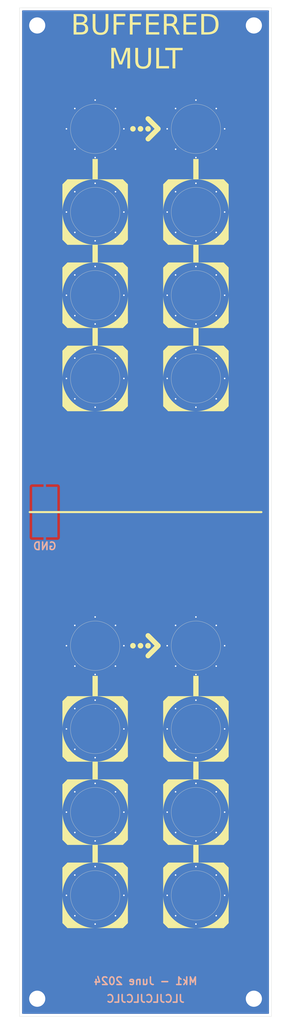
<source format=kicad_pcb>
(kicad_pcb (version 20240108) (generator "pcbnew") (generator_version "8.0")
  (title_block (title "Buffered Mult Panel") (date "2024-05-31") (rev "1") (company "DMH"))
  (layers (0 "F.Cu" signal) (31 "B.Cu" signal) (34 "B.Paste" user) (35 "F.Paste" user) (36 "B.SilkS" user "B.Silkscreen") (37 "F.SilkS" user "F.Silkscreen") (38 "B.Mask" user) (39 "F.Mask" user) (44 "Edge.Cuts" user))
  (net 0 "")
  (net 1 "GND")
  (footprint "SynthStuff:Jack_6.35mm_Cutout_Output_v6" (layer "F.Cu") (at 110 206)
    (property "Reference" "H20")
    (property "Value" "Output" (hide yes))
    (fp_poly (pts (xy -6.5 5.5) (arc (start -6.5 0) (mid -4.596194 4.596194) (end 0 6.5)) (xy -5.5 6.5)) (fill solid) (layer "F.SilkS"))
    (fp_poly (pts (xy -5.5 -6.5) (arc (start 0 -6.5) (mid -4.596194 -4.596194) (end -6.5 0)) (xy -6.5 -5.5)) (fill solid) (layer "F.SilkS"))
    (fp_poly (pts (xy 5.5 6.5) (arc (start 0 6.5) (mid 4.596194 4.596194) (end 6.5 0)) (xy 6.5 5.5)) (fill solid) (layer "F.SilkS"))
    (fp_poly (pts (xy 6.5 -5.5) (arc (start 6.5 0) (mid 4.596194 -4.596194) (end 0 -6.5)) (xy 5.5 -6.5)) (fill solid) (layer "F.SilkS"))
    (fp_circle (center 0 0) (end 0 -4.9) (stroke (width 0.05)) (fill none) (layer "Edge.Cuts"))
    (pad "1" thru_hole circle (at -5.7 0) (size 0.5 0.5) (drill 0.3) (layers "*.Cu" "*.Mask") (net 1 "GND"))
    (pad "1" thru_hole circle (at -4.04 -4.03) (size 0.5 0.5) (drill 0.3) (layers "*.Cu" "*.Mask") (net 1 "GND"))
    (pad "1" thru_hole circle (at -4.03 4.04) (size 0.5 0.5) (drill 0.3) (layers "*.Cu" "*.Mask") (net 1 "GND"))
    (pad "1" thru_hole circle (at 0 -5.7) (size 0.5 0.5) (drill 0.3) (layers "*.Cu" "*.Mask") (net 1 "GND"))
    (pad "1" connect circle (at 0 0) (size 12 12) (layers "F.Cu" "F.Mask") (net 1 "GND"))
    (pad "1" connect circle (at 0 0) (size 12 12) (layers "B.Cu" "B.Mask") (net 1 "GND"))
    (pad "1" thru_hole circle (at 0 5.7) (size 0.5 0.5) (drill 0.3) (layers "*.Cu" "*.Mask") (net 1 "GND"))
    (pad "1" thru_hole circle (at 4.03 4.04) (size 0.5 0.5) (drill 0.3) (layers "*.Cu" "*.Mask") (net 1 "GND"))
    (pad "1" thru_hole circle (at 4.04 -4.03) (size 0.5 0.5) (drill 0.3) (layers "*.Cu" "*.Mask") (net 1 "GND"))
    (pad "1" thru_hole circle (at 5.7 0) (size 0.5 0.5) (drill 0.3) (layers "*.Cu" "*.Mask") (net 1 "GND"))
  )
  (footprint "SynthStuff:Jack_6.35mm_Cutout_Output_v6" (layer "F.Cu") (at 90 206)
    (property "Reference" "H19")
    (property "Value" "Output" (hide yes))
    (fp_poly (pts (xy -6.5 5.5) (arc (start -6.5 0) (mid -4.596194 4.596194) (end 0 6.5)) (xy -5.5 6.5)) (fill solid) (layer "F.SilkS"))
    (fp_poly (pts (xy -5.5 -6.5) (arc (start 0 -6.5) (mid -4.596194 -4.596194) (end -6.5 0)) (xy -6.5 -5.5)) (fill solid) (layer "F.SilkS"))
    (fp_poly (pts (xy 5.5 6.5) (arc (start 0 6.5) (mid 4.596194 4.596194) (end 6.5 0)) (xy 6.5 5.5)) (fill solid) (layer "F.SilkS"))
    (fp_poly (pts (xy 6.5 -5.5) (arc (start 6.5 0) (mid 4.596194 -4.596194) (end 0 -6.5)) (xy 5.5 -6.5)) (fill solid) (layer "F.SilkS"))
    (fp_circle (center 0 0) (end 0 -4.9) (stroke (width 0.05)) (fill none) (layer "Edge.Cuts"))
    (pad "1" thru_hole circle (at -5.7 0) (size 0.5 0.5) (drill 0.3) (layers "*.Cu" "*.Mask") (net 1 "GND"))
    (pad "1" thru_hole circle (at -4.04 -4.03) (size 0.5 0.5) (drill 0.3) (layers "*.Cu" "*.Mask") (net 1 "GND"))
    (pad "1" thru_hole circle (at -4.03 4.04) (size 0.5 0.5) (drill 0.3) (layers "*.Cu" "*.Mask") (net 1 "GND"))
    (pad "1" thru_hole circle (at 0 -5.7) (size 0.5 0.5) (drill 0.3) (layers "*.Cu" "*.Mask") (net 1 "GND"))
    (pad "1" connect circle (at 0 0) (size 12 12) (layers "F.Cu" "F.Mask") (net 1 "GND"))
    (pad "1" connect circle (at 0 0) (size 12 12) (layers "B.Cu" "B.Mask") (net 1 "GND"))
    (pad "1" thru_hole circle (at 0 5.7) (size 0.5 0.5) (drill 0.3) (layers "*.Cu" "*.Mask") (net 1 "GND"))
    (pad "1" thru_hole circle (at 4.03 4.04) (size 0.5 0.5) (drill 0.3) (layers "*.Cu" "*.Mask") (net 1 "GND"))
    (pad "1" thru_hole circle (at 4.04 -4.03) (size 0.5 0.5) (drill 0.3) (layers "*.Cu" "*.Mask") (net 1 "GND"))
    (pad "1" thru_hole circle (at 5.7 0) (size 0.5 0.5) (drill 0.3) (layers "*.Cu" "*.Mask") (net 1 "GND"))
  )
  (footprint "SynthStuff:MountingHole_Rails" (layer "F.Cu") (at 121.5 33.5)
    (property "Reference" "H2")
    (property "Value" "MountingHole_Rails")
    (pad "1" thru_hole circle (at 0 0) (size 4 4) (drill 3.2) (layers "*.Cu" "*.Mask") (net 1 "GND"))
  )
  (footprint "SynthStuff:Jack_6.35mm_Cutout_v3" (layer "F.Cu") (at 90 54)
    (property "Reference" "H5")
    (property "Value" "Input" (hide yes))
    (fp_circle (center 0 0) (end 0 -4.9) (stroke (width 0.05)) (fill none) (layer "Edge.Cuts"))
    (pad "1" thru_hole circle (at -5.7 0) (size 0.5 0.5) (drill 0.3) (layers "*.Cu" "*.Mask") (net 1 "GND"))
    (pad "1" thru_hole circle (at -4.04 -4.03) (size 0.5 0.5) (drill 0.3) (layers "*.Cu" "*.Mask") (net 1 "GND"))
    (pad "1" thru_hole circle (at -4.03 4.04) (size 0.5 0.5) (drill 0.3) (layers "*.Cu" "*.Mask") (net 1 "GND"))
    (pad "1" thru_hole circle (at 0 -5.7) (size 0.5 0.5) (drill 0.3) (layers "*.Cu" "*.Mask") (net 1 "GND"))
    (pad "1" connect circle (at 0 0) (size 12 12) (layers "F.Cu" "F.Mask") (net 1 "GND"))
    (pad "1" connect circle (at 0 0) (size 12 12) (layers "B.Cu" "B.Mask") (net 1 "GND"))
    (pad "1" thru_hole circle (at 0 5.7) (size 0.5 0.5) (drill 0.3) (layers "*.Cu" "*.Mask") (net 1 "GND"))
    (pad "1" thru_hole circle (at 4.03 4.04) (size 0.5 0.5) (drill 0.3) (layers "*.Cu" "*.Mask") (net 1 "GND"))
    (pad "1" thru_hole circle (at 4.04 -4.03) (size 0.5 0.5) (drill 0.3) (layers "*.Cu" "*.Mask") (net 1 "GND"))
    (pad "1" thru_hole circle (at 5.7 0) (size 0.5 0.5) (drill 0.3) (layers "*.Cu" "*.Mask") (net 1 "GND"))
  )
  (footprint "SynthStuff:Jack_6.35mm_Cutout_v3" (layer "F.Cu") (at 110 54)
    (property "Reference" "H6")
    (property "Value" "Input" (hide yes))
    (fp_circle (center 0 0) (end 0 -4.9) (stroke (width 0.05)) (fill none) (layer "Edge.Cuts"))
    (pad "1" thru_hole circle (at -5.7 0) (size 0.5 0.5) (drill 0.3) (layers "*.Cu" "*.Mask") (net 1 "GND"))
    (pad "1" thru_hole circle (at -4.04 -4.03) (size 0.5 0.5) (drill 0.3) (layers "*.Cu" "*.Mask") (net 1 "GND"))
    (pad "1" thru_hole circle (at -4.03 4.04) (size 0.5 0.5) (drill 0.3) (layers "*.Cu" "*.Mask") (net 1 "GND"))
    (pad "1" thru_hole circle (at 0 -5.7) (size 0.5 0.5) (drill 0.3) (layers "*.Cu" "*.Mask") (net 1 "GND"))
    (pad "1" connect circle (at 0 0) (size 12 12) (layers "F.Cu" "F.Mask") (net 1 "GND"))
    (pad "1" connect circle (at 0 0) (size 12 12) (layers "B.Cu" "B.Mask") (net 1 "GND"))
    (pad "1" thru_hole circle (at 0 5.7) (size 0.5 0.5) (drill 0.3) (layers "*.Cu" "*.Mask") (net 1 "GND"))
    (pad "1" thru_hole circle (at 4.03 4.04) (size 0.5 0.5) (drill 0.3) (layers "*.Cu" "*.Mask") (net 1 "GND"))
    (pad "1" thru_hole circle (at 4.04 -4.03) (size 0.5 0.5) (drill 0.3) (layers "*.Cu" "*.Mask") (net 1 "GND"))
    (pad "1" thru_hole circle (at 5.7 0) (size 0.5 0.5) (drill 0.3) (layers "*.Cu" "*.Mask") (net 1 "GND"))
  )
  (footprint "SynthStuff:MountingHole_Rails" (layer "F.Cu") (at 78.5 226.5)
    (property "Reference" "H3")
    (property "Value" "MountingHole_Rails")
    (pad "1" thru_hole circle (at 0 0) (size 4 4) (drill 3.2) (layers "*.Cu" "*.Mask") (net 1 "GND"))
  )
  (footprint "SynthStuff:Jack_6.35mm_Cutout_Output_v6" (layer "F.Cu") (at 90 70.5)
    (property "Reference" "H7")
    (property "Value" "Output" (hide yes))
    (fp_poly (pts (xy -6.5 5.5) (arc (start -6.5 0) (mid -4.596194 4.596194) (end 0 6.5)) (xy -5.5 6.5)) (fill solid) (layer "F.SilkS"))
    (fp_poly (pts (xy -5.5 -6.5) (arc (start 0 -6.5) (mid -4.596194 -4.596194) (end -6.5 0)) (xy -6.5 -5.5)) (fill solid) (layer "F.SilkS"))
    (fp_poly (pts (xy 5.5 6.5) (arc (start 0 6.5) (mid 4.596194 4.596194) (end 6.5 0)) (xy 6.5 5.5)) (fill solid) (layer "F.SilkS"))
    (fp_poly (pts (xy 6.5 -5.5) (arc (start 6.5 0) (mid 4.596194 -4.596194) (end 0 -6.5)) (xy 5.5 -6.5)) (fill solid) (layer "F.SilkS"))
    (fp_circle (center 0 0) (end 0 -4.9) (stroke (width 0.05)) (fill none) (layer "Edge.Cuts"))
    (pad "1" thru_hole circle (at -5.7 0) (size 0.5 0.5) (drill 0.3) (layers "*.Cu" "*.Mask") (net 1 "GND"))
    (pad "1" thru_hole circle (at -4.04 -4.03) (size 0.5 0.5) (drill 0.3) (layers "*.Cu" "*.Mask") (net 1 "GND"))
    (pad "1" thru_hole circle (at -4.03 4.04) (size 0.5 0.5) (drill 0.3) (layers "*.Cu" "*.Mask") (net 1 "GND"))
    (pad "1" thru_hole circle (at 0 -5.7) (size 0.5 0.5) (drill 0.3) (layers "*.Cu" "*.Mask") (net 1 "GND"))
    (pad "1" connect circle (at 0 0) (size 12 12) (layers "F.Cu" "F.Mask") (net 1 "GND"))
    (pad "1" connect circle (at 0 0) (size 12 12) (layers "B.Cu" "B.Mask") (net 1 "GND"))
    (pad "1" thru_hole circle (at 0 5.7) (size 0.5 0.5) (drill 0.3) (layers "*.Cu" "*.Mask") (net 1 "GND"))
    (pad "1" thru_hole circle (at 4.03 4.04) (size 0.5 0.5) (drill 0.3) (layers "*.Cu" "*.Mask") (net 1 "GND"))
    (pad "1" thru_hole circle (at 4.04 -4.03) (size 0.5 0.5) (drill 0.3) (layers "*.Cu" "*.Mask") (net 1 "GND"))
    (pad "1" thru_hole circle (at 5.7 0) (size 0.5 0.5) (drill 0.3) (layers "*.Cu" "*.Mask") (net 1 "GND"))
  )
  (footprint "SynthStuff:Jack_6.35mm_Cutout_v3" (layer "F.Cu") (at 110 156.5)
    (property "Reference" "H14")
    (property "Value" "Input" (hide yes))
    (fp_circle (center 0 0) (end 0 -4.9) (stroke (width 0.05)) (fill none) (layer "Edge.Cuts"))
    (pad "1" thru_hole circle (at -5.7 0) (size 0.5 0.5) (drill 0.3) (layers "*.Cu" "*.Mask") (net 1 "GND"))
    (pad "1" thru_hole circle (at -4.04 -4.03) (size 0.5 0.5) (drill 0.3) (layers "*.Cu" "*.Mask") (net 1 "GND"))
    (pad "1" thru_hole circle (at -4.03 4.04) (size 0.5 0.5) (drill 0.3) (layers "*.Cu" "*.Mask") (net 1 "GND"))
    (pad "1" thru_hole circle (at 0 -5.7) (size 0.5 0.5) (drill 0.3) (layers "*.Cu" "*.Mask") (net 1 "GND"))
    (pad "1" connect circle (at 0 0) (size 12 12) (layers "F.Cu" "F.Mask") (net 1 "GND"))
    (pad "1" connect circle (at 0 0) (size 12 12) (layers "B.Cu" "B.Mask") (net 1 "GND"))
    (pad "1" thru_hole circle (at 0 5.7) (size 0.5 0.5) (drill 0.3) (layers "*.Cu" "*.Mask") (net 1 "GND"))
    (pad "1" thru_hole circle (at 4.03 4.04) (size 0.5 0.5) (drill 0.3) (layers "*.Cu" "*.Mask") (net 1 "GND"))
    (pad "1" thru_hole circle (at 4.04 -4.03) (size 0.5 0.5) (drill 0.3) (layers "*.Cu" "*.Mask") (net 1 "GND"))
    (pad "1" thru_hole circle (at 5.7 0) (size 0.5 0.5) (drill 0.3) (layers "*.Cu" "*.Mask") (net 1 "GND"))
  )
  (footprint "SynthStuff:Jack_6.35mm_Cutout_Output_v6" (layer "F.Cu") (at 90 173)
    (property "Reference" "H15")
    (property "Value" "Output" (hide yes))
    (fp_poly (pts (xy -6.5 5.5) (arc (start -6.5 0) (mid -4.596194 4.596194) (end 0 6.5)) (xy -5.5 6.5)) (fill solid) (layer "F.SilkS"))
    (fp_poly (pts (xy -5.5 -6.5) (arc (start 0 -6.5) (mid -4.596194 -4.596194) (end -6.5 0)) (xy -6.5 -5.5)) (fill solid) (layer "F.SilkS"))
    (fp_poly (pts (xy 5.5 6.5) (arc (start 0 6.5) (mid 4.596194 4.596194) (end 6.5 0)) (xy 6.5 5.5)) (fill solid) (layer "F.SilkS"))
    (fp_poly (pts (xy 6.5 -5.5) (arc (start 6.5 0) (mid 4.596194 -4.596194) (end 0 -6.5)) (xy 5.5 -6.5)) (fill solid) (layer "F.SilkS"))
    (fp_circle (center 0 0) (end 0 -4.9) (stroke (width 0.05)) (fill none) (layer "Edge.Cuts"))
    (pad "1" thru_hole circle (at -5.7 0) (size 0.5 0.5) (drill 0.3) (layers "*.Cu" "*.Mask") (net 1 "GND"))
    (pad "1" thru_hole circle (at -4.04 -4.03) (size 0.5 0.5) (drill 0.3) (layers "*.Cu" "*.Mask") (net 1 "GND"))
    (pad "1" thru_hole circle (at -4.03 4.04) (size 0.5 0.5) (drill 0.3) (layers "*.Cu" "*.Mask") (net 1 "GND"))
    (pad "1" thru_hole circle (at 0 -5.7) (size 0.5 0.5) (drill 0.3) (layers "*.Cu" "*.Mask") (net 1 "GND"))
    (pad "1" connect circle (at 0 0) (size 12 12) (layers "F.Cu" "F.Mask") (net 1 "GND"))
    (pad "1" connect circle (at 0 0) (size 12 12) (layers "B.Cu" "B.Mask") (net 1 "GND"))
    (pad "1" thru_hole circle (at 0 5.7) (size 0.5 0.5) (drill 0.3) (layers "*.Cu" "*.Mask") (net 1 "GND"))
    (pad "1" thru_hole circle (at 4.03 4.04) (size 0.5 0.5) (drill 0.3) (layers "*.Cu" "*.Mask") (net 1 "GND"))
    (pad "1" thru_hole circle (at 4.04 -4.03) (size 0.5 0.5) (drill 0.3) (layers "*.Cu" "*.Mask") (net 1 "GND"))
    (pad "1" thru_hole circle (at 5.7 0) (size 0.5 0.5) (drill 0.3) (layers "*.Cu" "*.Mask") (net 1 "GND"))
  )
  (footprint "SynthStuff:Jack_6.35mm_Cutout_Output_v6" (layer "F.Cu") (at 110 189.5)
    (property "Reference" "H18")
    (property "Value" "Output" (hide yes))
    (fp_poly (pts (xy -6.5 5.5) (arc (start -6.5 0) (mid -4.596194 4.596194) (end 0 6.5)) (xy -5.5 6.5)) (fill solid) (layer "F.SilkS"))
    (fp_poly (pts (xy -5.5 -6.5) (arc (start 0 -6.5) (mid -4.596194 -4.596194) (end -6.5 0)) (xy -6.5 -5.5)) (fill solid) (layer "F.SilkS"))
    (fp_poly (pts (xy 5.5 6.5) (arc (start 0 6.5) (mid 4.596194 4.596194) (end 6.5 0)) (xy 6.5 5.5)) (fill solid) (layer "F.SilkS"))
    (fp_poly (pts (xy 6.5 -5.5) (arc (start 6.5 0) (mid 4.596194 -4.596194) (end 0 -6.5)) (xy 5.5 -6.5)) (fill solid) (layer "F.SilkS"))
    (fp_circle (center 0 0) (end 0 -4.9) (stroke (width 0.05)) (fill none) (layer "Edge.Cuts"))
    (pad "1" thru_hole circle (at -5.7 0) (size 0.5 0.5) (drill 0.3) (layers "*.Cu" "*.Mask") (net 1 "GND"))
    (pad "1" thru_hole circle (at -4.04 -4.03) (size 0.5 0.5) (drill 0.3) (layers "*.Cu" "*.Mask") (net 1 "GND"))
    (pad "1" thru_hole circle (at -4.03 4.04) (size 0.5 0.5) (drill 0.3) (layers "*.Cu" "*.Mask") (net 1 "GND"))
    (pad "1" thru_hole circle (at 0 -5.7) (size 0.5 0.5) (drill 0.3) (layers "*.Cu" "*.Mask") (net 1 "GND"))
    (pad "1" connect circle (at 0 0) (size 12 12) (layers "F.Cu" "F.Mask") (net 1 "GND"))
    (pad "1" connect circle (at 0 0) (size 12 12) (layers "B.Cu" "B.Mask") (net 1 "GND"))
    (pad "1" thru_hole circle (at 0 5.7) (size 0.5 0.5) (drill 0.3) (layers "*.Cu" "*.Mask") (net 1 "GND"))
    (pad "1" thru_hole circle (at 4.03 4.04) (size 0.5 0.5) (drill 0.3) (layers "*.Cu" "*.Mask") (net 1 "GND"))
    (pad "1" thru_hole circle (at 4.04 -4.03) (size 0.5 0.5) (drill 0.3) (layers "*.Cu" "*.Mask") (net 1 "GND"))
    (pad "1" thru_hole circle (at 5.7 0) (size 0.5 0.5) (drill 0.3) (layers "*.Cu" "*.Mask") (net 1 "GND"))
  )
  (footprint "SynthStuff:Jack_6.35mm_Cutout_Output_v6" (layer "F.Cu") (at 90 103.5)
    (property "Reference" "H11")
    (property "Value" "Output" (hide yes))
    (fp_poly (pts (xy -6.5 5.5) (arc (start -6.5 0) (mid -4.596194 4.596194) (end 0 6.5)) (xy -5.5 6.5)) (fill solid) (layer "F.SilkS"))
    (fp_poly (pts (xy -5.5 -6.5) (arc (start 0 -6.5) (mid -4.596194 -4.596194) (end -6.5 0)) (xy -6.5 -5.5)) (fill solid) (layer "F.SilkS"))
    (fp_poly (pts (xy 5.5 6.5) (arc (start 0 6.5) (mid 4.596194 4.596194) (end 6.5 0)) (xy 6.5 5.5)) (fill solid) (layer "F.SilkS"))
    (fp_poly (pts (xy 6.5 -5.5) (arc (start 6.5 0) (mid 4.596194 -4.596194) (end 0 -6.5)) (xy 5.5 -6.5)) (fill solid) (layer "F.SilkS"))
    (fp_circle (center 0 0) (end 0 -4.9) (stroke (width 0.05)) (fill none) (layer "Edge.Cuts"))
    (pad "1" thru_hole circle (at -5.7 0) (size 0.5 0.5) (drill 0.3) (layers "*.Cu" "*.Mask") (net 1 "GND"))
    (pad "1" thru_hole circle (at -4.04 -4.03) (size 0.5 0.5) (drill 0.3) (layers "*.Cu" "*.Mask") (net 1 "GND"))
    (pad "1" thru_hole circle (at -4.03 4.04) (size 0.5 0.5) (drill 0.3) (layers "*.Cu" "*.Mask") (net 1 "GND"))
    (pad "1" thru_hole circle (at 0 -5.7) (size 0.5 0.5) (drill 0.3) (layers "*.Cu" "*.Mask") (net 1 "GND"))
    (pad "1" connect circle (at 0 0) (size 12 12) (layers "F.Cu" "F.Mask") (net 1 "GND"))
    (pad "1" connect circle (at 0 0) (size 12 12) (layers "B.Cu" "B.Mask") (net 1 "GND"))
    (pad "1" thru_hole circle (at 0 5.7) (size 0.5 0.5) (drill 0.3) (layers "*.Cu" "*.Mask") (net 1 "GND"))
    (pad "1" thru_hole circle (at 4.03 4.04) (size 0.5 0.5) (drill 0.3) (layers "*.Cu" "*.Mask") (net 1 "GND"))
    (pad "1" thru_hole circle (at 4.04 -4.03) (size 0.5 0.5) (drill 0.3) (layers "*.Cu" "*.Mask") (net 1 "GND"))
    (pad "1" thru_hole circle (at 5.7 0) (size 0.5 0.5) (drill 0.3) (layers "*.Cu" "*.Mask") (net 1 "GND"))
  )
  (footprint "SynthStuff:Jack_6.35mm_Cutout_Output_v6" (layer "F.Cu") (at 90 189.5)
    (property "Reference" "H17")
    (property "Value" "Output" (hide yes))
    (fp_poly (pts (xy -6.5 5.5) (arc (start -6.5 0) (mid -4.596194 4.596194) (end 0 6.5)) (xy -5.5 6.5)) (fill solid) (layer "F.SilkS"))
    (fp_poly (pts (xy -5.5 -6.5) (arc (start 0 -6.5) (mid -4.596194 -4.596194) (end -6.5 0)) (xy -6.5 -5.5)) (fill solid) (layer "F.SilkS"))
    (fp_poly (pts (xy 5.5 6.5) (arc (start 0 6.5) (mid 4.596194 4.596194) (end 6.5 0)) (xy 6.5 5.5)) (fill solid) (layer "F.SilkS"))
    (fp_poly (pts (xy 6.5 -5.5) (arc (start 6.5 0) (mid 4.596194 -4.596194) (end 0 -6.5)) (xy 5.5 -6.5)) (fill solid) (layer "F.SilkS"))
    (fp_circle (center 0 0) (end 0 -4.9) (stroke (width 0.05)) (fill none) (layer "Edge.Cuts"))
    (pad "1" thru_hole circle (at -5.7 0) (size 0.5 0.5) (drill 0.3) (layers "*.Cu" "*.Mask") (net 1 "GND"))
    (pad "1" thru_hole circle (at -4.04 -4.03) (size 0.5 0.5) (drill 0.3) (layers "*.Cu" "*.Mask") (net 1 "GND"))
    (pad "1" thru_hole circle (at -4.03 4.04) (size 0.5 0.5) (drill 0.3) (layers "*.Cu" "*.Mask") (net 1 "GND"))
    (pad "1" thru_hole circle (at 0 -5.7) (size 0.5 0.5) (drill 0.3) (layers "*.Cu" "*.Mask") (net 1 "GND"))
    (pad "1" connect circle (at 0 0) (size 12 12) (layers "F.Cu" "F.Mask") (net 1 "GND"))
    (pad "1" connect circle (at 0 0) (size 12 12) (layers "B.Cu" "B.Mask") (net 1 "GND"))
    (pad "1" thru_hole circle (at 0 5.7) (size 0.5 0.5) (drill 0.3) (layers "*.Cu" "*.Mask") (net 1 "GND"))
    (pad "1" thru_hole circle (at 4.03 4.04) (size 0.5 0.5) (drill 0.3) (layers "*.Cu" "*.Mask") (net 1 "GND"))
    (pad "1" thru_hole circle (at 4.04 -4.03) (size 0.5 0.5) (drill 0.3) (layers "*.Cu" "*.Mask") (net 1 "GND"))
    (pad "1" thru_hole circle (at 5.7 0) (size 0.5 0.5) (drill 0.3) (layers "*.Cu" "*.Mask") (net 1 "GND"))
  )
  (footprint "SynthStuff:Jack_6.35mm_Cutout_Output_v6" (layer "F.Cu") (at 110 103.5)
    (property "Reference" "H12")
    (property "Value" "Output" (hide yes))
    (fp_poly (pts (xy -6.5 5.5) (arc (start -6.5 0) (mid -4.596194 4.596194) (end 0 6.5)) (xy -5.5 6.5)) (fill solid) (layer "F.SilkS"))
    (fp_poly (pts (xy -5.5 -6.5) (arc (start 0 -6.5) (mid -4.596194 -4.596194) (end -6.5 0)) (xy -6.5 -5.5)) (fill solid) (layer "F.SilkS"))
    (fp_poly (pts (xy 5.5 6.5) (arc (start 0 6.5) (mid 4.596194 4.596194) (end 6.5 0)) (xy 6.5 5.5)) (fill solid) (layer "F.SilkS"))
    (fp_poly (pts (xy 6.5 -5.5) (arc (start 6.5 0) (mid 4.596194 -4.596194) (end 0 -6.5)) (xy 5.5 -6.5)) (fill solid) (layer "F.SilkS"))
    (fp_circle (center 0 0) (end 0 -4.9) (stroke (width 0.05)) (fill none) (layer "Edge.Cuts"))
    (pad "1" thru_hole circle (at -5.7 0) (size 0.5 0.5) (drill 0.3) (layers "*.Cu" "*.Mask") (net 1 "GND"))
    (pad "1" thru_hole circle (at -4.04 -4.03) (size 0.5 0.5) (drill 0.3) (layers "*.Cu" "*.Mask") (net 1 "GND"))
    (pad "1" thru_hole circle (at -4.03 4.04) (size 0.5 0.5) (drill 0.3) (layers "*.Cu" "*.Mask") (net 1 "GND"))
    (pad "1" thru_hole circle (at 0 -5.7) (size 0.5 0.5) (drill 0.3) (layers "*.Cu" "*.Mask") (net 1 "GND"))
    (pad "1" connect circle (at 0 0) (size 12 12) (layers "F.Cu" "F.Mask") (net 1 "GND"))
    (pad "1" connect circle (at 0 0) (size 12 12) (layers "B.Cu" "B.Mask") (net 1 "GND"))
    (pad "1" thru_hole circle (at 0 5.7) (size 0.5 0.5) (drill 0.3) (layers "*.Cu" "*.Mask") (net 1 "GND"))
    (pad "1" thru_hole circle (at 4.03 4.04) (size 0.5 0.5) (drill 0.3) (layers "*.Cu" "*.Mask") (net 1 "GND"))
    (pad "1" thru_hole circle (at 4.04 -4.03) (size 0.5 0.5) (drill 0.3) (layers "*.Cu" "*.Mask") (net 1 "GND"))
    (pad "1" thru_hole circle (at 5.7 0) (size 0.5 0.5) (drill 0.3) (layers "*.Cu" "*.Mask") (net 1 "GND"))
  )
  (footprint "SynthStuff:Jack_6.35mm_Cutout_Output_v6" (layer "F.Cu") (at 110 173)
    (property "Reference" "H16")
    (property "Value" "Output" (hide yes))
    (fp_poly (pts (xy -6.5 5.5) (arc (start -6.5 0) (mid -4.596194 4.596194) (end 0 6.5)) (xy -5.5 6.5)) (fill solid) (layer "F.SilkS"))
    (fp_poly (pts (xy -5.5 -6.5) (arc (start 0 -6.5) (mid -4.596194 -4.596194) (end -6.5 0)) (xy -6.5 -5.5)) (fill solid) (layer "F.SilkS"))
    (fp_poly (pts (xy 5.5 6.5) (arc (start 0 6.5) (mid 4.596194 4.596194) (end 6.5 0)) (xy 6.5 5.5)) (fill solid) (layer "F.SilkS"))
    (fp_poly (pts (xy 6.5 -5.5) (arc (start 6.5 0) (mid 4.596194 -4.596194) (end 0 -6.5)) (xy 5.5 -6.5)) (fill solid) (layer "F.SilkS"))
    (fp_circle (center 0 0) (end 0 -4.9) (stroke (width 0.05)) (fill none) (layer "Edge.Cuts"))
    (pad "1" thru_hole circle (at -5.7 0) (size 0.5 0.5) (drill 0.3) (layers "*.Cu" "*.Mask") (net 1 "GND"))
    (pad "1" thru_hole circle (at -4.04 -4.03) (size 0.5 0.5) (drill 0.3) (layers "*.Cu" "*.Mask") (net 1 "GND"))
    (pad "1" thru_hole circle (at -4.03 4.04) (size 0.5 0.5) (drill 0.3) (layers "*.Cu" "*.Mask") (net 1 "GND"))
    (pad "1" thru_hole circle (at 0 -5.7) (size 0.5 0.5) (drill 0.3) (layers "*.Cu" "*.Mask") (net 1 "GND"))
    (pad "1" connect circle (at 0 0) (size 12 12) (layers "F.Cu" "F.Mask") (net 1 "GND"))
    (pad "1" connect circle (at 0 0) (size 12 12) (layers "B.Cu" "B.Mask") (net 1 "GND"))
    (pad "1" thru_hole circle (at 0 5.7) (size 0.5 0.5) (drill 0.3) (layers "*.Cu" "*.Mask") (net 1 "GND"))
    (pad "1" thru_hole circle (at 4.03 4.04) (size 0.5 0.5) (drill 0.3) (layers "*.Cu" "*.Mask") (net 1 "GND"))
    (pad "1" thru_hole circle (at 4.04 -4.03) (size 0.5 0.5) (drill 0.3) (layers "*.Cu" "*.Mask") (net 1 "GND"))
    (pad "1" thru_hole circle (at 5.7 0) (size 0.5 0.5) (drill 0.3) (layers "*.Cu" "*.Mask") (net 1 "GND"))
  )
  (footprint "SynthStuff:MountingHole_Rails" (layer "F.Cu") (at 121.5 226.5)
    (property "Reference" "H4")
    (property "Value" "MountingHole_Rails")
    (pad "1" thru_hole circle (at 0 0) (size 4 4) (drill 3.2) (layers "*.Cu" "*.Mask") (net 1 "GND"))
  )
  (footprint "SynthStuff:Jack_6.35mm_Cutout_v3" (layer "F.Cu") (at 90 156.5)
    (property "Reference" "H13")
    (property "Value" "Input" (hide yes))
    (fp_circle (center 0 0) (end 0 -4.9) (stroke (width 0.05)) (fill none) (layer "Edge.Cuts"))
    (pad "1" thru_hole circle (at -5.7 0) (size 0.5 0.5) (drill 0.3) (layers "*.Cu" "*.Mask") (net 1 "GND"))
    (pad "1" thru_hole circle (at -4.04 -4.03) (size 0.5 0.5) (drill 0.3) (layers "*.Cu" "*.Mask") (net 1 "GND"))
    (pad "1" thru_hole circle (at -4.03 4.04) (size 0.5 0.5) (drill 0.3) (layers "*.Cu" "*.Mask") (net 1 "GND"))
    (pad "1" thru_hole circle (at 0 -5.7) (size 0.5 0.5) (drill 0.3) (layers "*.Cu" "*.Mask") (net 1 "GND"))
    (pad "1" connect circle (at 0 0) (size 12 12) (layers "F.Cu" "F.Mask") (net 1 "GND"))
    (pad "1" connect circle (at 0 0) (size 12 12) (layers "B.Cu" "B.Mask") (net 1 "GND"))
    (pad "1" thru_hole circle (at 0 5.7) (size 0.5 0.5) (drill 0.3) (layers "*.Cu" "*.Mask") (net 1 "GND"))
    (pad "1" thru_hole circle (at 4.03 4.04) (size 0.5 0.5) (drill 0.3) (layers "*.Cu" "*.Mask") (net 1 "GND"))
    (pad "1" thru_hole circle (at 4.04 -4.03) (size 0.5 0.5) (drill 0.3) (layers "*.Cu" "*.Mask") (net 1 "GND"))
    (pad "1" thru_hole circle (at 5.7 0) (size 0.5 0.5) (drill 0.3) (layers "*.Cu" "*.Mask") (net 1 "GND"))
  )
  (footprint "SynthStuff:Jack_6.35mm_Cutout_Output_v6" (layer "F.Cu") (at 90 87)
    (property "Reference" "H9")
    (property "Value" "Output" (hide yes))
    (fp_poly (pts (xy -6.5 5.5) (arc (start -6.5 0) (mid -4.596194 4.596194) (end 0 6.5)) (xy -5.5 6.5)) (fill solid) (layer "F.SilkS"))
    (fp_poly (pts (xy -5.5 -6.5) (arc (start 0 -6.5) (mid -4.596194 -4.596194) (end -6.5 0)) (xy -6.5 -5.5)) (fill solid) (layer "F.SilkS"))
    (fp_poly (pts (xy 5.5 6.5) (arc (start 0 6.5) (mid 4.596194 4.596194) (end 6.5 0)) (xy 6.5 5.5)) (fill solid) (layer "F.SilkS"))
    (fp_poly (pts (xy 6.5 -5.5) (arc (start 6.5 0) (mid 4.596194 -4.596194) (end 0 -6.5)) (xy 5.5 -6.5)) (fill solid) (layer "F.SilkS"))
    (fp_circle (center 0 0) (end 0 -4.9) (stroke (width 0.05)) (fill none) (layer "Edge.Cuts"))
    (pad "1" thru_hole circle (at -5.7 0) (size 0.5 0.5) (drill 0.3) (layers "*.Cu" "*.Mask") (net 1 "GND"))
    (pad "1" thru_hole circle (at -4.04 -4.03) (size 0.5 0.5) (drill 0.3) (layers "*.Cu" "*.Mask") (net 1 "GND"))
    (pad "1" thru_hole circle (at -4.03 4.04) (size 0.5 0.5) (drill 0.3) (layers "*.Cu" "*.Mask") (net 1 "GND"))
    (pad "1" thru_hole circle (at 0 -5.7) (size 0.5 0.5) (drill 0.3) (layers "*.Cu" "*.Mask") (net 1 "GND"))
    (pad "1" connect circle (at 0 0) (size 12 12) (layers "F.Cu" "F.Mask") (net 1 "GND"))
    (pad "1" connect circle (at 0 0) (size 12 12) (layers "B.Cu" "B.Mask") (net 1 "GND"))
    (pad "1" thru_hole circle (at 0 5.7) (size 0.5 0.5) (drill 0.3) (layers "*.Cu" "*.Mask") (net 1 "GND"))
    (pad "1" thru_hole circle (at 4.03 4.04) (size 0.5 0.5) (drill 0.3) (layers "*.Cu" "*.Mask") (net 1 "GND"))
    (pad "1" thru_hole circle (at 4.04 -4.03) (size 0.5 0.5) (drill 0.3) (layers "*.Cu" "*.Mask") (net 1 "GND"))
    (pad "1" thru_hole circle (at 5.7 0) (size 0.5 0.5) (drill 0.3) (layers "*.Cu" "*.Mask") (net 1 "GND"))
  )
  (footprint "SynthStuff:Jack_6.35mm_Cutout_Output_v6" (layer "F.Cu") (at 110 70.5)
    (property "Reference" "H8")
    (property "Value" "Output" (hide yes))
    (fp_poly (pts (xy -6.5 5.5) (arc (start -6.5 0) (mid -4.596194 4.596194) (end 0 6.5)) (xy -5.5 6.5)) (fill solid) (layer "F.SilkS"))
    (fp_poly (pts (xy -5.5 -6.5) (arc (start 0 -6.5) (mid -4.596194 -4.596194) (end -6.5 0)) (xy -6.5 -5.5)) (fill solid) (layer "F.SilkS"))
    (fp_poly (pts (xy 5.5 6.5) (arc (start 0 6.5) (mid 4.596194 4.596194) (end 6.5 0)) (xy 6.5 5.5)) (fill solid) (layer "F.SilkS"))
    (fp_poly (pts (xy 6.5 -5.5) (arc (start 6.5 0) (mid 4.596194 -4.596194) (end 0 -6.5)) (xy 5.5 -6.5)) (fill solid) (layer "F.SilkS"))
    (fp_circle (center 0 0) (end 0 -4.9) (stroke (width 0.05)) (fill none) (layer "Edge.Cuts"))
    (pad "1" thru_hole circle (at -5.7 0) (size 0.5 0.5) (drill 0.3) (layers "*.Cu" "*.Mask") (net 1 "GND"))
    (pad "1" thru_hole circle (at -4.04 -4.03) (size 0.5 0.5) (drill 0.3) (layers "*.Cu" "*.Mask") (net 1 "GND"))
    (pad "1" thru_hole circle (at -4.03 4.04) (size 0.5 0.5) (drill 0.3) (layers "*.Cu" "*.Mask") (net 1 "GND"))
    (pad "1" thru_hole circle (at 0 -5.7) (size 0.5 0.5) (drill 0.3) (layers "*.Cu" "*.Mask") (net 1 "GND"))
    (pad "1" connect circle (at 0 0) (size 12 12) (layers "F.Cu" "F.Mask") (net 1 "GND"))
    (pad "1" connect circle (at 0 0) (size 12 12) (layers "B.Cu" "B.Mask") (net 1 "GND"))
    (pad "1" thru_hole circle (at 0 5.7) (size 0.5 0.5) (drill 0.3) (layers "*.Cu" "*.Mask") (net 1 "GND"))
    (pad "1" thru_hole circle (at 4.03 4.04) (size 0.5 0.5) (drill 0.3) (layers "*.Cu" "*.Mask") (net 1 "GND"))
    (pad "1" thru_hole circle (at 4.04 -4.03) (size 0.5 0.5) (drill 0.3) (layers "*.Cu" "*.Mask") (net 1 "GND"))
    (pad "1" thru_hole circle (at 5.7 0) (size 0.5 0.5) (drill 0.3) (layers "*.Cu" "*.Mask") (net 1 "GND"))
  )
  (footprint "SynthStuff:MountingHole_Rails" (layer "F.Cu") (at 78.5 33.5)
    (property "Reference" "H1")
    (property "Value" "MountingHole_Rails")
    (pad "1" thru_hole circle (at 0 0) (size 4 4) (drill 3.2) (layers "*.Cu" "*.Mask") (net 1 "GND"))
  )
  (footprint "SynthStuff:Jack_6.35mm_Cutout_Output_v6" (layer "F.Cu") (at 110 87)
    (property "Reference" "H10")
    (property "Value" "Output" (hide yes))
    (fp_poly (pts (xy -6.5 5.5) (arc (start -6.5 0) (mid -4.596194 4.596194) (end 0 6.5)) (xy -5.5 6.5)) (fill solid) (layer "F.SilkS"))
    (fp_poly (pts (xy -5.5 -6.5) (arc (start 0 -6.5) (mid -4.596194 -4.596194) (end -6.5 0)) (xy -6.5 -5.5)) (fill solid) (layer "F.SilkS"))
    (fp_poly (pts (xy 5.5 6.5) (arc (start 0 6.5) (mid 4.596194 4.596194) (end 6.5 0)) (xy 6.5 5.5)) (fill solid) (layer "F.SilkS"))
    (fp_poly (pts (xy 6.5 -5.5) (arc (start 6.5 0) (mid 4.596194 -4.596194) (end 0 -6.5)) (xy 5.5 -6.5)) (fill solid) (layer "F.SilkS"))
    (fp_circle (center 0 0) (end 0 -4.9) (stroke (width 0.05)) (fill none) (layer "Edge.Cuts"))
    (pad "1" thru_hole circle (at -5.7 0) (size 0.5 0.5) (drill 0.3) (layers "*.Cu" "*.Mask") (net 1 "GND"))
    (pad "1" thru_hole circle (at -4.04 -4.03) (size 0.5 0.5) (drill 0.3) (layers "*.Cu" "*.Mask") (net 1 "GND"))
    (pad "1" thru_hole circle (at -4.03 4.04) (size 0.5 0.5) (drill 0.3) (layers "*.Cu" "*.Mask") (net 1 "GND"))
    (pad "1" thru_hole circle (at 0 -5.7) (size 0.5 0.5) (drill 0.3) (layers "*.Cu" "*.Mask") (net 1 "GND"))
    (pad "1" connect circle (at 0 0) (size 12 12) (layers "F.Cu" "F.Mask") (net 1 "GND"))
    (pad "1" connect circle (at 0 0) (size 12 12) (layers "B.Cu" "B.Mask") (net 1 "GND"))
    (pad "1" thru_hole circle (at 0 5.7) (size 0.5 0.5) (drill 0.3) (layers "*.Cu" "*.Mask") (net 1 "GND"))
    (pad "1" thru_hole circle (at 4.03 4.04) (size 0.5 0.5) (drill 0.3) (layers "*.Cu" "*.Mask") (net 1 "GND"))
    (pad "1" thru_hole circle (at 4.04 -4.03) (size 0.5 0.5) (drill 0.3) (layers "*.Cu" "*.Mask") (net 1 "GND"))
    (pad "1" thru_hole circle (at 5.7 0) (size 0.5 0.5) (drill 0.3) (layers "*.Cu" "*.Mask") (net 1 "GND"))
  )
  (footprint "Connector_Wire:SolderWirePad_1x01_SMD_5x10mm" (layer "B.Cu") (at 80 130 180)
    (property "Reference" "J1" (hide yes))
    (property "Value" "GND" (at 0 -6.75 0) (layer "B.SilkS") (effects (font (size 1.5 1.5) (thickness 0.3) (bold yes)) (justify mirror)))
    (pad "1" smd rect (at 0 0 180) (size 5 10) (layers "B.Cu" "B.Paste" "B.Mask") (net 1 "GND"))
  )
  (gr_rect (start 109.5 60) (end 110.5 64) (stroke (width 0.05)) (fill solid) (layer "F.SilkS"))
  (gr_line (start 100.5 52) (end 102.5 54) (stroke (width 1)) (layer "F.SilkS"))
  (gr_rect (start 89.5 77) (end 90.5 80.5) (stroke (width 0.05)) (fill solid) (layer "F.SilkS"))
  (gr_line (start 77 130) (end 123 130) (stroke (width 0.4)) (layer "F.SilkS"))
  (gr_circle (center 99 156.5) (end 99.5 156.5) (stroke (width 0.1)) (fill solid) (layer "F.SilkS"))
  (gr_circle (center 100.5 156.5) (end 101 156.5) (stroke (width 0.1)) (fill solid) (layer "F.SilkS"))
  (gr_rect (start 89.5 60) (end 90.5 64) (stroke (width 0.05)) (fill solid) (layer "F.SilkS"))
  (gr_rect (start 109.5 162.5) (end 110.5 166.5) (stroke (width 0.05)) (fill solid) (layer "F.SilkS"))
  (gr_rect (start 109.5 93.5) (end 110.5 97) (stroke (width 0.05)) (fill solid) (layer "F.SilkS"))
  (gr_line (start 100.5 158.5) (end 102.5 156.5) (stroke (width 1)) (layer "F.SilkS"))
  (gr_rect (start 89.5 179.5) (end 90.5 183) (stroke (width 0.05)) (fill solid) (layer "F.SilkS"))
  (gr_line (start 100.5 154.5) (end 102.5 156.5) (stroke (width 1)) (layer "F.SilkS"))
  (gr_circle (center 99 54) (end 99.5 54) (stroke (width 0.1)) (fill solid) (layer "F.SilkS"))
  (gr_rect (start 89.5 162.5) (end 90.5 166.5) (stroke (width 0.05)) (fill solid) (layer "F.SilkS"))
  (gr_rect (start 109.5 179.5) (end 110.5 183) (stroke (width 0.05)) (fill solid) (layer "F.SilkS"))
  (gr_circle (center 97.5 156.5) (end 98 156.5) (stroke (width 0.1)) (fill solid) (layer "F.SilkS"))
  (gr_rect (start 109.5 77) (end 110.5 80.5) (stroke (width 0.05)) (fill solid) (layer "F.SilkS"))
  (gr_rect (start 89.5 196) (end 90.5 199.5) (stroke (width 0.05)) (fill solid) (layer "F.SilkS"))
  (gr_rect (start 109.5 196) (end 110.5 199.5) (stroke (width 0.05)) (fill solid) (layer "F.SilkS"))
  (gr_line (start 100.5 56) (end 102.5 54) (stroke (width 1)) (layer "F.SilkS"))
  (gr_circle (center 100.5 54) (end 101 54) (stroke (width 0.1)) (fill solid) (layer "F.SilkS"))
  (gr_circle (center 97.5 54) (end 98 54) (stroke (width 0.1)) (fill solid) (layer "F.SilkS"))
  (gr_rect (start 89.5 93.5) (end 90.5 97) (stroke (width 0.05)) (fill solid) (layer "F.SilkS"))
  (gr_rect (start 75 30) (end 125 230) (stroke (width 0.05)) (fill none) (layer "Edge.Cuts"))
  (gr_text "JLCJLCJLCJLC" (at 100 226.5 0) (layer "B.SilkS") (effects (font (size 1.5 1.5) (thickness 0.3) (bold yes)) (justify mirror)))
  (gr_text "Mk1 - June 2024" (at 100 223 0) (layer "B.SilkS") (effects (font (size 1.5 1.5) (thickness 0.3) (bold yes)) (justify mirror)))
  (gr_text "BUFFERED\nMULT" (at 100 37 0) (layer "F.SilkS") (effects (font (size 4 4) (thickness 0.1))))
  (zone (net 1) (net_name "GND") (layers "F&B.Cu") (connect_pads (clearance 0.25)) (min_thickness 0.25) (fill yes (thermal_gap 0.5) (thermal_bridge_width 0.5))
    (polygon (pts (xy 75 30) (xy 125 30) (xy 125 230) (xy 75 230)))
  )
)
</source>
